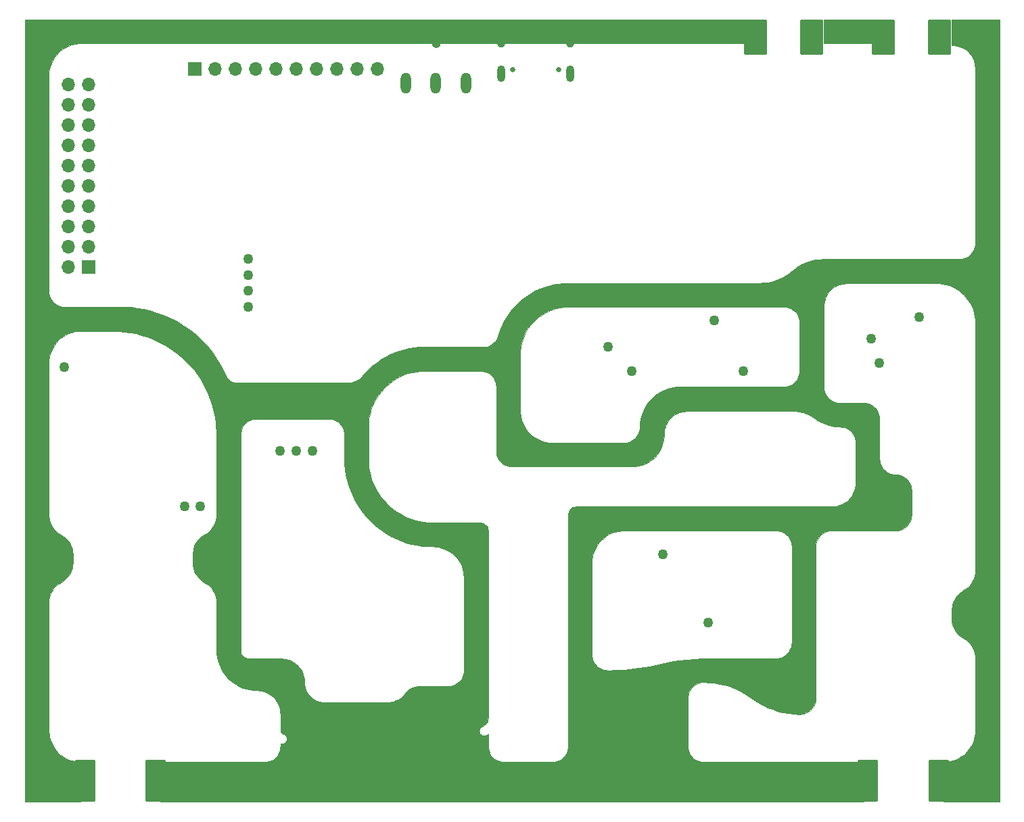
<source format=gbr>
%TF.GenerationSoftware,KiCad,Pcbnew,8.0.1*%
%TF.CreationDate,2024-03-24T21:42:04-04:00*%
%TF.ProjectId,VNA,564e412e-6b69-4636-9164-5f7063625858,rev?*%
%TF.SameCoordinates,PX535a28cPY8422900*%
%TF.FileFunction,Soldermask,Bot*%
%TF.FilePolarity,Negative*%
%FSLAX46Y46*%
G04 Gerber Fmt 4.6, Leading zero omitted, Abs format (unit mm)*
G04 Created by KiCad (PCBNEW 8.0.1) date 2024-03-24 21:42:04*
%MOMM*%
%LPD*%
G01*
G04 APERTURE LIST*
G04 Aperture macros list*
%AMRoundRect*
0 Rectangle with rounded corners*
0 $1 Rounding radius*
0 $2 $3 $4 $5 $6 $7 $8 $9 X,Y pos of 4 corners*
0 Add a 4 corners polygon primitive as box body*
4,1,4,$2,$3,$4,$5,$6,$7,$8,$9,$2,$3,0*
0 Add four circle primitives for the rounded corners*
1,1,$1+$1,$2,$3*
1,1,$1+$1,$4,$5*
1,1,$1+$1,$6,$7*
1,1,$1+$1,$8,$9*
0 Add four rect primitives between the rounded corners*
20,1,$1+$1,$2,$3,$4,$5,0*
20,1,$1+$1,$4,$5,$6,$7,0*
20,1,$1+$1,$6,$7,$8,$9,0*
20,1,$1+$1,$8,$9,$2,$3,0*%
G04 Aperture macros list end*
%ADD10C,0.100000*%
%ADD11R,1.700000X1.700000*%
%ADD12O,1.700000X1.700000*%
%ADD13C,0.650000*%
%ADD14O,1.000000X2.100000*%
%ADD15O,1.000000X1.800000*%
%ADD16RoundRect,0.101600X1.143000X-2.540000X1.143000X2.540000X-1.143000X2.540000X-1.143000X-2.540000X0*%
%ADD17C,1.200000*%
%ADD18O,1.308000X2.616000*%
%ADD19RoundRect,0.101600X-1.333500X2.095500X-1.333500X-2.095500X1.333500X-2.095500X1.333500X2.095500X0*%
%ADD20RoundRect,0.635000X0.000010X0.000010X-0.000010X0.000010X-0.000010X-0.000010X0.000010X-0.000010X0*%
%ADD21RoundRect,0.635000X-0.000010X-0.000010X0.000010X-0.000010X0.000010X0.000010X-0.000010X0.000010X0*%
G04 APERTURE END LIST*
D10*
X100018900Y92993600D02*
X106018900Y92993600D01*
X106018900Y95993600D01*
X100018900Y95993600D01*
X100018900Y92993600D01*
G36*
X100018900Y92993600D02*
G01*
X106018900Y92993600D01*
X106018900Y95993600D01*
X100018900Y95993600D01*
X100018900Y92993600D01*
G37*
X90018900Y92993600D02*
X81018900Y92993600D01*
X7018900Y92993600D01*
X6238539Y92916741D01*
X5857761Y92821361D01*
X5488166Y92689118D01*
X5133313Y92521285D01*
X4796619Y92319478D01*
X4481327Y92085642D01*
X4190473Y91822027D01*
X3926858Y91531173D01*
X3693022Y91215881D01*
X3491215Y90879187D01*
X3323382Y90524334D01*
X3191139Y90154739D01*
X3095759Y89773961D01*
X3038161Y89385669D01*
X3018900Y88993600D01*
X3018900Y61993600D01*
X3039257Y61708970D01*
X3099914Y61430135D01*
X3199636Y61162770D01*
X3336393Y60912318D01*
X3507401Y60683879D01*
X3709179Y60482101D01*
X3937618Y60311093D01*
X4188070Y60174336D01*
X4455435Y60074614D01*
X4734270Y60013957D01*
X5018900Y59993600D01*
X9018900Y59993600D01*
X11018900Y59993600D01*
X12556292Y60017720D01*
X13323765Y59968267D01*
X14087508Y59877955D01*
X14845347Y59747040D01*
X15595127Y59575895D01*
X16334712Y59365008D01*
X17061998Y59114978D01*
X17774915Y58826517D01*
X18471433Y58500446D01*
X19149570Y58137693D01*
X19807397Y57739292D01*
X20443040Y57306374D01*
X21054691Y56840173D01*
X21640608Y56342016D01*
X22199125Y55813321D01*
X22728651Y55255592D01*
X23227679Y54670416D01*
X23694789Y54059459D01*
X24128652Y53424461D01*
X24528032Y52767228D01*
X24891794Y52089631D01*
X25218900Y51393599D01*
X25218900Y51393600D01*
X25266350Y51292325D01*
X25318900Y51193600D01*
X25456272Y50993945D01*
X25626485Y50821431D01*
X25824278Y50681391D01*
X26043537Y50578151D01*
X26277488Y50514902D01*
X26518899Y50493600D01*
X26518900Y50493600D01*
X40318900Y50493600D01*
X40642700Y50505125D01*
X40962321Y50558238D01*
X41272446Y50652055D01*
X41567913Y50785015D01*
X41843804Y50954905D01*
X42095530Y51158899D01*
X42318900Y51393600D01*
X42735682Y51861805D01*
X43180884Y52303074D01*
X43652770Y52715684D01*
X44149496Y53098027D01*
X44669125Y53448611D01*
X45209629Y53766067D01*
X45768900Y54049156D01*
X46344754Y54296774D01*
X46934946Y54507955D01*
X47537171Y54681875D01*
X48149080Y54817855D01*
X48768285Y54915364D01*
X49392370Y54974022D01*
X50018900Y54993600D01*
X57018900Y54993600D01*
X57570205Y54986671D01*
X57841431Y55039476D01*
X58102943Y55128716D01*
X58349870Y55252728D01*
X58577614Y55409203D01*
X58781934Y55595228D01*
X58959026Y55807337D01*
X59105591Y56041582D01*
X59218900Y56293600D01*
X59518900Y57093600D01*
X59751478Y57651519D01*
X60018900Y58193600D01*
X60666497Y59232273D01*
X61041383Y59716468D01*
X61448097Y60174253D01*
X61884784Y60603540D01*
X62349453Y61002371D01*
X62839983Y61368927D01*
X63354138Y61701536D01*
X63889572Y61998680D01*
X64443841Y62259004D01*
X65014419Y62481321D01*
X65598702Y62664616D01*
X66194025Y62808053D01*
X66527802Y62864963D01*
X66797672Y62910977D01*
X67406890Y62972921D01*
X68018900Y62993600D01*
X75018900Y62993600D01*
X92018900Y62993600D01*
X92503391Y63012923D01*
X92984804Y63070771D01*
X93460081Y63166777D01*
X93926202Y63300330D01*
X94380206Y63470581D01*
X94819208Y63676450D01*
X95240421Y63916628D01*
X95641166Y64189589D01*
X96018900Y64493600D01*
X96797379Y65070572D01*
X97218592Y65310750D01*
X97657594Y65516618D01*
X98111598Y65686870D01*
X98577719Y65820423D01*
X99052996Y65916428D01*
X99534409Y65974276D01*
X100018900Y65993600D01*
X117018900Y65993600D01*
X117303530Y66013957D01*
X117582365Y66074614D01*
X117849730Y66174336D01*
X118100182Y66311093D01*
X118328621Y66482101D01*
X118530399Y66683879D01*
X118701407Y66912318D01*
X118838164Y67162770D01*
X118937886Y67430135D01*
X118998543Y67708970D01*
X119018900Y67993600D01*
X119018900Y89793600D01*
X118943684Y90461163D01*
X118850550Y90784437D01*
X118721807Y91095251D01*
X118559073Y91389696D01*
X118364394Y91664069D01*
X118140220Y91914920D01*
X117889369Y92139094D01*
X117614996Y92333773D01*
X117320551Y92496507D01*
X117009737Y92625250D01*
X116686463Y92718384D01*
X116354793Y92774737D01*
X116018900Y92793600D01*
X116018900Y95993600D01*
X122018900Y95993600D01*
X122018900Y65993600D01*
X122018900Y-2006400D01*
X115018900Y-2006400D01*
X115018900Y2993600D01*
X115799261Y3070459D01*
X116180039Y3165839D01*
X116549634Y3298082D01*
X116904487Y3465915D01*
X117241181Y3667722D01*
X117556473Y3901558D01*
X117847327Y4165173D01*
X118110942Y4456027D01*
X118344778Y4771319D01*
X118546585Y5108013D01*
X118714418Y5462866D01*
X118846661Y5832461D01*
X118942041Y6213239D01*
X118999639Y6601531D01*
X119018900Y6993600D01*
X119018900Y15993600D01*
X118998493Y16333047D01*
X118937566Y16667604D01*
X118836996Y16992452D01*
X118698231Y17302912D01*
X118523272Y17594511D01*
X118314638Y17863048D01*
X118075334Y18104656D01*
X117808808Y18315855D01*
X117518899Y18493600D01*
X117518900Y18493600D01*
X117228991Y18671346D01*
X116962466Y18882544D01*
X116723162Y19124152D01*
X116514528Y19392690D01*
X116339569Y19684288D01*
X116200805Y19994748D01*
X116100235Y20319596D01*
X116039307Y20654153D01*
X116018900Y20993600D01*
X116018900Y21993600D01*
X116100234Y22667604D01*
X116200804Y22992452D01*
X116339568Y23302912D01*
X116514528Y23594511D01*
X116723162Y23863048D01*
X116962465Y24104656D01*
X117228991Y24315854D01*
X117518900Y24493600D01*
X117808809Y24671345D01*
X118075335Y24882544D01*
X118314638Y25124152D01*
X118523272Y25392690D01*
X118698231Y25684289D01*
X118836995Y25994748D01*
X118937565Y26319596D01*
X118998493Y26654154D01*
X119018900Y26993601D01*
X119018900Y57993600D01*
X118999873Y58429379D01*
X118942939Y58861841D01*
X118848529Y59287695D01*
X118717363Y59703701D01*
X118550439Y60106691D01*
X118349027Y60493600D01*
X118114660Y60861482D01*
X117849122Y61207538D01*
X117554434Y61529134D01*
X117232838Y61823822D01*
X116886782Y62089360D01*
X116518900Y62323727D01*
X116131991Y62525139D01*
X115729001Y62692063D01*
X115312995Y62823229D01*
X114887141Y62917639D01*
X114454679Y62974573D01*
X114018900Y62993600D01*
X103018900Y62993600D01*
X102351337Y62918384D01*
X102028063Y62825250D01*
X101717249Y62696507D01*
X101422804Y62533773D01*
X101148431Y62339094D01*
X100897580Y62114920D01*
X100673406Y61864069D01*
X100478727Y61589696D01*
X100315993Y61295251D01*
X100187250Y60984437D01*
X100094116Y60661163D01*
X100037763Y60329493D01*
X100018900Y59993600D01*
X100018900Y49993600D01*
X100039257Y49708970D01*
X100099914Y49430135D01*
X100199636Y49162770D01*
X100336393Y48912318D01*
X100507401Y48683879D01*
X100709179Y48482101D01*
X100937618Y48311093D01*
X101188070Y48174336D01*
X101455435Y48074614D01*
X101734270Y48013957D01*
X102018900Y47993600D01*
X105018900Y47993600D01*
X105303530Y47973243D01*
X105582365Y47912586D01*
X105849730Y47812864D01*
X106100182Y47676107D01*
X106328621Y47505099D01*
X106530399Y47303321D01*
X106701407Y47074882D01*
X106838164Y46824430D01*
X106937886Y46557065D01*
X106998543Y46278230D01*
X107018900Y45993600D01*
X107018900Y40993600D01*
X107039257Y40708970D01*
X107099914Y40430135D01*
X107199636Y40162770D01*
X107336393Y39912318D01*
X107507401Y39683879D01*
X107709179Y39482101D01*
X107937618Y39311093D01*
X108188070Y39174336D01*
X108455435Y39074614D01*
X108734270Y39013957D01*
X109018900Y38993600D01*
X109303530Y38973243D01*
X109582365Y38912586D01*
X109849730Y38812864D01*
X110100182Y38676107D01*
X110328621Y38505099D01*
X110530399Y38303321D01*
X110701407Y38074882D01*
X110838164Y37824430D01*
X110937886Y37557065D01*
X110998543Y37278230D01*
X111018900Y36993600D01*
X111018900Y33993600D01*
X110998543Y33708970D01*
X110937886Y33430135D01*
X110838164Y33162770D01*
X110701407Y32912318D01*
X110530399Y32683879D01*
X110328621Y32482101D01*
X110100182Y32311093D01*
X109849730Y32174336D01*
X109582365Y32074614D01*
X109303530Y32013957D01*
X109018900Y31993600D01*
X101018900Y31993600D01*
X100734270Y31973243D01*
X100455435Y31912586D01*
X100188070Y31812864D01*
X99937618Y31676107D01*
X99709179Y31505099D01*
X99507401Y31303321D01*
X99336393Y31074882D01*
X99199636Y30824430D01*
X99099914Y30557065D01*
X99039257Y30278230D01*
X99018900Y29993600D01*
X99018900Y17993600D01*
X99018900Y15993600D01*
X99018900Y10993600D01*
X98998543Y10708970D01*
X98937886Y10430135D01*
X98838164Y10162770D01*
X98701407Y9912318D01*
X98530399Y9683879D01*
X98328621Y9482101D01*
X98100182Y9311093D01*
X97849730Y9174336D01*
X97582365Y9074614D01*
X97303530Y9013957D01*
X97018900Y8993600D01*
X96310010Y9018758D01*
X95604686Y9094105D01*
X94906479Y9219262D01*
X94218900Y9393600D01*
X93621338Y9588565D01*
X93037274Y9820862D01*
X91918900Y10393600D01*
X91018900Y10993600D01*
X90490946Y11360843D01*
X89940733Y11693812D01*
X89370481Y11991160D01*
X88782495Y12251688D01*
X88179148Y12474344D01*
X87562877Y12658228D01*
X86936171Y12802597D01*
X86301561Y12906869D01*
X85661609Y12970623D01*
X85018900Y12993600D01*
X85018899Y12993600D01*
X84733892Y12974246D01*
X84454583Y12914327D01*
X84186716Y12815076D01*
X83935798Y12678532D01*
X83706989Y12507505D01*
X83504994Y12305510D01*
X83333967Y12076702D01*
X83197423Y11825784D01*
X83098172Y11557916D01*
X83038253Y11278607D01*
X83018900Y10993600D01*
X83018900Y7493600D01*
X83018900Y4993600D01*
X83039257Y4708970D01*
X83099914Y4430135D01*
X83199636Y4162770D01*
X83336393Y3912318D01*
X83507401Y3683879D01*
X83709179Y3482101D01*
X83937618Y3311093D01*
X84188070Y3174336D01*
X84455435Y3074614D01*
X84734270Y3013957D01*
X85018900Y2993600D01*
X105018900Y2993600D01*
X105018900Y-2006400D01*
X17018900Y-2006400D01*
X17018900Y2993600D01*
X30018900Y2993600D01*
X30303530Y3013957D01*
X30582365Y3074614D01*
X30849730Y3174336D01*
X31100182Y3311093D01*
X31328621Y3482101D01*
X31530399Y3683879D01*
X31701407Y3912318D01*
X31838164Y4162770D01*
X31937886Y4430135D01*
X31998543Y4708970D01*
X32018900Y4993600D01*
X32027800Y5307200D01*
X32117800Y5287200D01*
X32207800Y5277200D01*
X32287800Y5277200D01*
X32397800Y5307200D01*
X32547800Y5377200D01*
X32677800Y5487200D01*
X32767800Y5617200D01*
X32817800Y5767200D01*
X32827800Y5907200D01*
X32817800Y6037200D01*
X32757800Y6187200D01*
X32707800Y6267200D01*
X32567800Y6397200D01*
X32437800Y6477200D01*
X32307800Y6507200D01*
X32017800Y6747200D01*
X32018900Y8993600D01*
X32000037Y9329493D01*
X31943684Y9661163D01*
X31850550Y9984437D01*
X31721807Y10295251D01*
X31559073Y10589696D01*
X31364394Y10864069D01*
X31140220Y11114920D01*
X30889369Y11339094D01*
X30614996Y11533773D01*
X30320551Y11696507D01*
X30009737Y11825250D01*
X29686463Y11918384D01*
X29018901Y11993600D01*
X29018900Y11993600D01*
X28583121Y12012627D01*
X28150659Y12069561D01*
X27724805Y12163971D01*
X27308799Y12295137D01*
X26905809Y12462061D01*
X26518900Y12663473D01*
X26151018Y12897840D01*
X25804962Y13163378D01*
X25483366Y13458066D01*
X25188678Y13779662D01*
X24923140Y14125718D01*
X24688773Y14493600D01*
X24487361Y14880509D01*
X24320437Y15283499D01*
X24189271Y15699505D01*
X24094861Y16125359D01*
X24037927Y16557821D01*
X24018900Y16993600D01*
X27018900Y16993600D01*
X27095020Y16610917D01*
X27187430Y16438030D01*
X27311793Y16286493D01*
X27463330Y16162130D01*
X27636217Y16069720D01*
X27823810Y16012815D01*
X28018900Y15993600D01*
X32018900Y15993600D01*
X32686463Y15918384D01*
X33009737Y15825250D01*
X33320551Y15696507D01*
X33614996Y15533773D01*
X33889369Y15339094D01*
X34140220Y15114920D01*
X34364394Y14864069D01*
X34559073Y14589696D01*
X34721807Y14295251D01*
X34850550Y13984437D01*
X34943684Y13661163D01*
X35000037Y13329493D01*
X35018900Y12993600D01*
X35040288Y12667285D01*
X35104085Y12346552D01*
X35209201Y12036891D01*
X35353836Y11743600D01*
X35535517Y11471696D01*
X35751133Y11225833D01*
X35996996Y11010217D01*
X36268900Y10828536D01*
X36562191Y10683901D01*
X36871852Y10578785D01*
X37192585Y10514988D01*
X37518900Y10493600D01*
X40118900Y10493600D01*
X41018900Y10493600D01*
X45518900Y10493600D01*
X46173532Y10580830D01*
X46486484Y10688436D01*
X46782481Y10836434D01*
X47056337Y11022233D01*
X47303252Y11242575D01*
X47518900Y11493600D01*
X47981464Y11964968D01*
X48255319Y12150766D01*
X48551316Y12298764D01*
X48864268Y12406370D01*
X49188692Y12471697D01*
X49518901Y12493600D01*
X53018900Y12493600D01*
X53303530Y12513957D01*
X53582365Y12574614D01*
X53849730Y12674336D01*
X54100182Y12811093D01*
X54328621Y12982101D01*
X54530399Y13183879D01*
X54701407Y13412318D01*
X54838164Y13662770D01*
X54937886Y13930135D01*
X54998543Y14208970D01*
X55018900Y14493600D01*
X55018900Y25993600D01*
X54942041Y26773961D01*
X54846661Y27154739D01*
X54714418Y27524334D01*
X54546585Y27879187D01*
X54344778Y28215881D01*
X54110942Y28531173D01*
X53847327Y28822027D01*
X53556473Y29085642D01*
X53241181Y29319478D01*
X52904487Y29521285D01*
X52549634Y29689118D01*
X52180039Y29821361D01*
X51799261Y29916741D01*
X51410969Y29974339D01*
X51018900Y29993600D01*
X50268235Y30039007D01*
X49692997Y30073802D01*
X49036095Y30173781D01*
X48386428Y30313240D01*
X47746366Y30491670D01*
X47118246Y30708421D01*
X46504359Y30962702D01*
X45906945Y31253584D01*
X45328184Y31580006D01*
X44770188Y31940777D01*
X44234992Y32334582D01*
X43724551Y32759982D01*
X43240725Y33215425D01*
X42785282Y33699251D01*
X42359882Y34209692D01*
X41966077Y34744888D01*
X41605306Y35302884D01*
X41278884Y35881645D01*
X40988002Y36479059D01*
X40733721Y37092946D01*
X40516970Y37721066D01*
X40338540Y38361128D01*
X40199081Y39010795D01*
X40099102Y39667697D01*
X40038969Y40329437D01*
X40018900Y40993600D01*
X43018900Y40993600D01*
X43039283Y40422887D01*
X43100328Y39855081D01*
X43201725Y39293078D01*
X43342956Y38739740D01*
X43523302Y38197887D01*
X43741844Y37670280D01*
X43997468Y37159608D01*
X44288872Y36668473D01*
X44614570Y36199379D01*
X44972903Y35754714D01*
X45362046Y35336746D01*
X45780014Y34947603D01*
X46224679Y34589270D01*
X46693773Y34263572D01*
X47184908Y33972168D01*
X47695580Y33716544D01*
X48223187Y33498002D01*
X48765040Y33317656D01*
X49318378Y33176425D01*
X49880381Y33075028D01*
X50448187Y33013983D01*
X51018900Y32993600D01*
X57018900Y32993600D01*
X57401583Y32917480D01*
X57574470Y32825070D01*
X57726007Y32700707D01*
X57850370Y32549170D01*
X57942780Y32376283D01*
X57999685Y32188690D01*
X58018900Y31993600D01*
X58018900Y9493600D01*
X58018900Y8993600D01*
X58018900Y8493600D01*
X58000491Y8298173D01*
X57944082Y8110161D01*
X57851867Y7936878D01*
X57727433Y7785066D01*
X57575622Y7660632D01*
X57498757Y7619727D01*
X57497800Y7617200D01*
X57287800Y7467200D01*
X57167800Y7397200D01*
X57117800Y7357200D01*
X57047800Y7287200D01*
X56967800Y7177200D01*
X56917800Y7037200D01*
X56897800Y6897200D01*
X56917800Y6737200D01*
X56977800Y6597200D01*
X57057800Y6477200D01*
X57167800Y6387200D01*
X57297800Y6317200D01*
X57467800Y6287200D01*
X57687800Y6297200D01*
X57857800Y6377200D01*
X58017800Y6497200D01*
X58018900Y4993600D01*
X58039257Y4708970D01*
X58099914Y4430135D01*
X58199636Y4162770D01*
X58336393Y3912318D01*
X58507401Y3683879D01*
X58709179Y3482101D01*
X58937618Y3311093D01*
X59188070Y3174336D01*
X59455435Y3074614D01*
X59734270Y3013957D01*
X60018900Y2993600D01*
X66018900Y2993600D01*
X66303530Y3013957D01*
X66582365Y3074614D01*
X66849730Y3174336D01*
X67100182Y3311093D01*
X67328621Y3482101D01*
X67530399Y3683879D01*
X67701407Y3912318D01*
X67838164Y4162770D01*
X67937886Y4430135D01*
X67998543Y4708970D01*
X68018900Y4993600D01*
X68018900Y7493600D01*
X68018900Y16493600D01*
X71018900Y16493600D01*
X71039257Y16208970D01*
X71099914Y15930135D01*
X71199636Y15662770D01*
X71336393Y15412318D01*
X71507401Y15183879D01*
X71709179Y14982101D01*
X71937618Y14811093D01*
X72188070Y14674336D01*
X72455435Y14574614D01*
X72734270Y14513957D01*
X73018900Y14493600D01*
X74084927Y14513657D01*
X75149444Y14573799D01*
X76210946Y14673940D01*
X78318900Y14993600D01*
X79718900Y15293600D01*
X80785203Y15524258D01*
X81860262Y15709876D01*
X82942175Y15850124D01*
X84822446Y15974060D01*
X85118900Y15993600D01*
X94018900Y15993600D01*
X94303530Y16013957D01*
X94582365Y16074614D01*
X94849730Y16174336D01*
X95100182Y16311093D01*
X95328621Y16482101D01*
X95530399Y16683879D01*
X95701407Y16912318D01*
X95838164Y17162770D01*
X95937886Y17430135D01*
X95998543Y17708970D01*
X96018900Y17993600D01*
X96018900Y29993600D01*
X95998543Y30278230D01*
X95937886Y30557065D01*
X95838164Y30824430D01*
X95701407Y31074882D01*
X95530399Y31303321D01*
X95328621Y31505099D01*
X95100182Y31676107D01*
X94849730Y31812864D01*
X94582365Y31912586D01*
X94303530Y31973243D01*
X94018900Y31993600D01*
X75018900Y31993600D01*
X74238539Y31916741D01*
X73857761Y31821361D01*
X73488166Y31689118D01*
X73133313Y31521285D01*
X72796619Y31319478D01*
X72481327Y31085642D01*
X72190473Y30822027D01*
X71926858Y30531173D01*
X71693022Y30215881D01*
X71491215Y29879187D01*
X71323382Y29524334D01*
X71191139Y29154739D01*
X71095759Y28773961D01*
X71038161Y28385669D01*
X71018900Y27993600D01*
X71018900Y16493600D01*
X68018900Y16493600D01*
X68018900Y33993600D01*
X68095020Y34376283D01*
X68187430Y34549170D01*
X68311793Y34700707D01*
X68463330Y34825070D01*
X68636217Y34917480D01*
X68823810Y34974385D01*
X69018900Y34993600D01*
X96018900Y34993600D01*
X99018900Y34993600D01*
X101018900Y34993600D01*
X101686463Y35068816D01*
X102009737Y35161950D01*
X102320551Y35290693D01*
X102614996Y35453427D01*
X102889369Y35648106D01*
X103140220Y35872280D01*
X103364394Y36123131D01*
X103559073Y36397504D01*
X103721807Y36691949D01*
X103850550Y37002763D01*
X103943684Y37326037D01*
X104000037Y37657707D01*
X104018900Y37993600D01*
X104018900Y42993600D01*
X103998543Y43278230D01*
X103937886Y43557065D01*
X103838164Y43824430D01*
X103701407Y44074882D01*
X103530399Y44303321D01*
X103328621Y44505099D01*
X103100182Y44676107D01*
X102849730Y44812864D01*
X102582365Y44912586D01*
X102303530Y44973243D01*
X102018900Y44993600D01*
X101559904Y45014713D01*
X101322629Y45047640D01*
X101104783Y45077871D01*
X100657383Y45182543D01*
X100221480Y45327844D01*
X99800757Y45512547D01*
X99398765Y45735092D01*
X99018901Y45993600D01*
X99018900Y45993600D01*
X98237044Y46474653D01*
X97816320Y46659356D01*
X97380417Y46804657D01*
X96933017Y46909329D01*
X96477896Y46972488D01*
X96018900Y46993600D01*
X83018900Y46993600D01*
X82351337Y46918384D01*
X82028063Y46825250D01*
X81717249Y46696507D01*
X81422804Y46533773D01*
X81148431Y46339094D01*
X80897580Y46114920D01*
X80673406Y45864069D01*
X80478727Y45589696D01*
X80315993Y45295251D01*
X80187250Y44984437D01*
X80094116Y44661163D01*
X80037763Y44329493D01*
X80018900Y43993600D01*
X79942041Y43213239D01*
X79846661Y42832461D01*
X79714418Y42462866D01*
X79546585Y42108013D01*
X79344778Y41771319D01*
X79110942Y41456027D01*
X78847327Y41165173D01*
X78556473Y40901558D01*
X78241181Y40667722D01*
X77904487Y40465915D01*
X77549634Y40298082D01*
X77180039Y40165839D01*
X76799261Y40070459D01*
X76410969Y40012861D01*
X76018900Y39993600D01*
X61018900Y39993600D01*
X60734270Y40013957D01*
X60455435Y40074614D01*
X60188070Y40174336D01*
X59937618Y40311093D01*
X59709179Y40482101D01*
X59507401Y40683879D01*
X59336393Y40912318D01*
X59199636Y41162770D01*
X59099914Y41430135D01*
X59039257Y41708970D01*
X59018900Y41993600D01*
X59018900Y46993600D01*
X62018900Y46993600D01*
X62095759Y46213239D01*
X62191139Y45832461D01*
X62323382Y45462866D01*
X62491215Y45108013D01*
X62693022Y44771319D01*
X62926858Y44456027D01*
X63190473Y44165173D01*
X63481327Y43901558D01*
X63796619Y43667722D01*
X64133313Y43465915D01*
X64488166Y43298082D01*
X64857761Y43165839D01*
X65238539Y43070459D01*
X65626831Y43012861D01*
X66018900Y42993600D01*
X75018900Y42993600D01*
X75303530Y43013957D01*
X75582365Y43074614D01*
X75849730Y43174336D01*
X76100182Y43311093D01*
X76328621Y43482101D01*
X76530399Y43683879D01*
X76701407Y43912318D01*
X76838164Y44162770D01*
X76937886Y44430135D01*
X76998543Y44708970D01*
X77018900Y44993600D01*
X77037927Y45429379D01*
X77094861Y45861841D01*
X77189271Y46287695D01*
X77320437Y46703701D01*
X77487361Y47106691D01*
X77688773Y47493600D01*
X77923140Y47861482D01*
X78188678Y48207538D01*
X78483366Y48529134D01*
X78804962Y48823822D01*
X79151018Y49089360D01*
X79518900Y49323727D01*
X79905809Y49525139D01*
X80308799Y49692063D01*
X80724805Y49823229D01*
X81150659Y49917639D01*
X81583121Y49974573D01*
X82018900Y49993600D01*
X95018900Y49993600D01*
X95303530Y50013957D01*
X95582365Y50074614D01*
X95849730Y50174336D01*
X96100182Y50311093D01*
X96328621Y50482101D01*
X96530399Y50683879D01*
X96701407Y50912318D01*
X96838164Y51162770D01*
X96937886Y51430135D01*
X96998543Y51708970D01*
X97018900Y51993600D01*
X97018900Y57993600D01*
X96998543Y58278230D01*
X96937886Y58557065D01*
X96838164Y58824430D01*
X96701407Y59074882D01*
X96530399Y59303321D01*
X96328621Y59505099D01*
X96100182Y59676107D01*
X95849730Y59812864D01*
X95582365Y59912586D01*
X95303530Y59973243D01*
X95018900Y59993600D01*
X75018900Y59993600D01*
X68018900Y59993600D01*
X67523424Y59973107D01*
X67031332Y59911768D01*
X66545987Y59810002D01*
X66070703Y59668503D01*
X65608727Y59488240D01*
X65163216Y59270443D01*
X64737211Y59016599D01*
X64333624Y58728443D01*
X63955211Y58407943D01*
X63604557Y58057289D01*
X63284057Y57678876D01*
X62995901Y57275289D01*
X62742057Y56849284D01*
X62524260Y56403773D01*
X62343997Y55941797D01*
X62202498Y55466513D01*
X62100732Y54981168D01*
X62039393Y54489076D01*
X62018900Y53993600D01*
X62018900Y51993600D01*
X62018900Y46993600D01*
X59018900Y46993600D01*
X59018900Y49993600D01*
X58998543Y50278230D01*
X58937886Y50557065D01*
X58838164Y50824430D01*
X58701407Y51074882D01*
X58530399Y51303321D01*
X58328621Y51505099D01*
X58100182Y51676107D01*
X57849730Y51812864D01*
X57582365Y51912586D01*
X57303530Y51973243D01*
X57018900Y51993600D01*
X50018900Y51993600D01*
X49495789Y51974027D01*
X48975604Y51915416D01*
X48461253Y51818095D01*
X47955614Y51682610D01*
X47461513Y51509716D01*
X46981714Y51300382D01*
X46518900Y51055778D01*
X46075660Y50777271D01*
X45654471Y50466420D01*
X45257691Y50124963D01*
X44887537Y49754809D01*
X44546080Y49358029D01*
X44235229Y48936840D01*
X43956722Y48493600D01*
X43712118Y48030786D01*
X43502784Y47550987D01*
X43329890Y47056886D01*
X43194405Y46551247D01*
X43097084Y46036896D01*
X43038473Y45516711D01*
X43018900Y44993600D01*
X43018900Y40993600D01*
X40018900Y40993600D01*
X40018900Y43993600D01*
X39998543Y44278230D01*
X39937886Y44557065D01*
X39838164Y44824430D01*
X39701407Y45074882D01*
X39530399Y45303321D01*
X39328621Y45505099D01*
X39100182Y45676107D01*
X38849730Y45812864D01*
X38582365Y45912586D01*
X38303530Y45973243D01*
X38018900Y45993600D01*
X29018900Y45993600D01*
X28734270Y45973243D01*
X28455435Y45912586D01*
X28188070Y45812864D01*
X27937618Y45676107D01*
X27709179Y45505099D01*
X27507401Y45303321D01*
X27336393Y45074882D01*
X27199636Y44824430D01*
X27099914Y44557065D01*
X27039257Y44278230D01*
X27018900Y43993600D01*
X27018900Y16993600D01*
X24018900Y16993600D01*
X24018900Y22993600D01*
X23998493Y23333047D01*
X23937566Y23667604D01*
X23836996Y23992452D01*
X23698231Y24302912D01*
X23523272Y24594511D01*
X23314638Y24863048D01*
X23075334Y25104656D01*
X22808808Y25315855D01*
X22518899Y25493600D01*
X22518900Y25493600D01*
X22228991Y25671346D01*
X21962466Y25882544D01*
X21723162Y26124152D01*
X21514528Y26392690D01*
X21339569Y26684288D01*
X21200805Y26994748D01*
X21100235Y27319596D01*
X21039307Y27654153D01*
X21018900Y27993600D01*
X21018900Y28993600D01*
X21100234Y29667604D01*
X21200804Y29992452D01*
X21339568Y30302912D01*
X21514528Y30594511D01*
X21723162Y30863048D01*
X21962465Y31104656D01*
X22228991Y31315854D01*
X22518900Y31493600D01*
X22808809Y31671345D01*
X23075335Y31882544D01*
X23314638Y32124152D01*
X23523272Y32392690D01*
X23698231Y32684289D01*
X23836995Y32994748D01*
X23937565Y33319596D01*
X23998493Y33654154D01*
X24018900Y33993601D01*
X24018900Y43993600D01*
X23937159Y45449138D01*
X23835223Y46171181D01*
X23692963Y46886372D01*
X23510825Y47592462D01*
X23289383Y48287228D01*
X23029334Y48968485D01*
X22731495Y49634089D01*
X22396804Y50281946D01*
X22026315Y50910017D01*
X21621191Y51516327D01*
X21182709Y52098967D01*
X20712248Y52656106D01*
X20211288Y53185988D01*
X19681406Y53686948D01*
X19124267Y54157409D01*
X18541627Y54595891D01*
X17935317Y55001015D01*
X17307246Y55371504D01*
X16659389Y55706195D01*
X15993785Y56004034D01*
X15312528Y56264083D01*
X14617762Y56485525D01*
X13911672Y56667663D01*
X13196481Y56809923D01*
X12474438Y56911859D01*
X11747816Y56973149D01*
X11018900Y56993600D01*
X9018900Y56993600D01*
X7018900Y56993600D01*
X6238539Y56916741D01*
X5857761Y56821361D01*
X5488166Y56689118D01*
X5133313Y56521285D01*
X4796619Y56319478D01*
X4481327Y56085642D01*
X4190473Y55822027D01*
X3926858Y55531173D01*
X3693022Y55215881D01*
X3491215Y54879187D01*
X3323382Y54524334D01*
X3191139Y54154739D01*
X3095759Y53773961D01*
X3038161Y53385669D01*
X3018900Y52993600D01*
X3018900Y33993600D01*
X3100234Y33319596D01*
X3200804Y32994748D01*
X3339569Y32684289D01*
X3514528Y32392690D01*
X3723162Y32124152D01*
X3962465Y31882544D01*
X4228991Y31671346D01*
X4518900Y31493600D01*
X4808809Y31315854D01*
X5075334Y31104656D01*
X5314638Y30863047D01*
X5523272Y30594510D01*
X5698231Y30302911D01*
X5836995Y29992451D01*
X5937565Y29667603D01*
X5998493Y29333046D01*
X6018900Y28993599D01*
X6018900Y27993600D01*
X5998493Y27654153D01*
X5937565Y27319596D01*
X5836995Y26994748D01*
X5698231Y26684288D01*
X5523272Y26392690D01*
X5314638Y26124152D01*
X5075334Y25882544D01*
X4808808Y25671346D01*
X4518900Y25493600D01*
X4228992Y25315854D01*
X3962466Y25104655D01*
X3723163Y24863047D01*
X3514529Y24594510D01*
X3339569Y24302911D01*
X3200805Y23992452D01*
X3100235Y23667604D01*
X3039307Y23333047D01*
X3018900Y22993600D01*
X3018900Y6993600D01*
X3095759Y6213239D01*
X3191139Y5832461D01*
X3323382Y5462866D01*
X3491215Y5108013D01*
X3693022Y4771319D01*
X3926858Y4456027D01*
X4190473Y4165173D01*
X4481327Y3901558D01*
X4796619Y3667722D01*
X5133313Y3465915D01*
X5488166Y3298082D01*
X5857761Y3165839D01*
X6238539Y3070459D01*
X6626831Y3012861D01*
X7018900Y2993600D01*
X7018900Y-2006400D01*
X18900Y-2006400D01*
X18900Y95993600D01*
X81018900Y95993600D01*
X90018900Y95993600D01*
X90018900Y92993600D01*
G36*
X90018900Y92993600D02*
G01*
X81018900Y92993600D01*
X7018900Y92993600D01*
X6238539Y92916741D01*
X5857761Y92821361D01*
X5488166Y92689118D01*
X5133313Y92521285D01*
X4796619Y92319478D01*
X4481327Y92085642D01*
X4190473Y91822027D01*
X3926858Y91531173D01*
X3693022Y91215881D01*
X3491215Y90879187D01*
X3323382Y90524334D01*
X3191139Y90154739D01*
X3095759Y89773961D01*
X3038161Y89385669D01*
X3018900Y88993600D01*
X3018900Y61993600D01*
X3039257Y61708970D01*
X3099914Y61430135D01*
X3199636Y61162770D01*
X3336393Y60912318D01*
X3507401Y60683879D01*
X3709179Y60482101D01*
X3937618Y60311093D01*
X4188070Y60174336D01*
X4455435Y60074614D01*
X4734270Y60013957D01*
X5018900Y59993600D01*
X9018900Y59993600D01*
X11018900Y59993600D01*
X12556292Y60017720D01*
X13323765Y59968267D01*
X14087508Y59877955D01*
X14845347Y59747040D01*
X15595127Y59575895D01*
X16334712Y59365008D01*
X17061998Y59114978D01*
X17774915Y58826517D01*
X18471433Y58500446D01*
X19149570Y58137693D01*
X19807397Y57739292D01*
X20443040Y57306374D01*
X21054691Y56840173D01*
X21640608Y56342016D01*
X22199125Y55813321D01*
X22728651Y55255592D01*
X23227679Y54670416D01*
X23694789Y54059459D01*
X24128652Y53424461D01*
X24528032Y52767228D01*
X24891794Y52089631D01*
X25218900Y51393599D01*
X25218900Y51393600D01*
X25266350Y51292325D01*
X25318900Y51193600D01*
X25456272Y50993945D01*
X25626485Y50821431D01*
X25824278Y50681391D01*
X26043537Y50578151D01*
X26277488Y50514902D01*
X26518899Y50493600D01*
X26518900Y50493600D01*
X40318900Y50493600D01*
X40642700Y50505125D01*
X40962321Y50558238D01*
X41272446Y50652055D01*
X41567913Y50785015D01*
X41843804Y50954905D01*
X42095530Y51158899D01*
X42318900Y51393600D01*
X42735682Y51861805D01*
X43180884Y52303074D01*
X43652770Y52715684D01*
X44149496Y53098027D01*
X44669125Y53448611D01*
X45209629Y53766067D01*
X45768900Y54049156D01*
X46344754Y54296774D01*
X46934946Y54507955D01*
X47537171Y54681875D01*
X48149080Y54817855D01*
X48768285Y54915364D01*
X49392370Y54974022D01*
X50018900Y54993600D01*
X57018900Y54993600D01*
X57570205Y54986671D01*
X57841431Y55039476D01*
X58102943Y55128716D01*
X58349870Y55252728D01*
X58577614Y55409203D01*
X58781934Y55595228D01*
X58959026Y55807337D01*
X59105591Y56041582D01*
X59218900Y56293600D01*
X59518900Y57093600D01*
X59751478Y57651519D01*
X60018900Y58193600D01*
X60666497Y59232273D01*
X61041383Y59716468D01*
X61448097Y60174253D01*
X61884784Y60603540D01*
X62349453Y61002371D01*
X62839983Y61368927D01*
X63354138Y61701536D01*
X63889572Y61998680D01*
X64443841Y62259004D01*
X65014419Y62481321D01*
X65598702Y62664616D01*
X66194025Y62808053D01*
X66527802Y62864963D01*
X66797672Y62910977D01*
X67406890Y62972921D01*
X68018900Y62993600D01*
X75018900Y62993600D01*
X92018900Y62993600D01*
X92503391Y63012923D01*
X92984804Y63070771D01*
X93460081Y63166777D01*
X93926202Y63300330D01*
X94380206Y63470581D01*
X94819208Y63676450D01*
X95240421Y63916628D01*
X95641166Y64189589D01*
X96018900Y64493600D01*
X96797379Y65070572D01*
X97218592Y65310750D01*
X97657594Y65516618D01*
X98111598Y65686870D01*
X98577719Y65820423D01*
X99052996Y65916428D01*
X99534409Y65974276D01*
X100018900Y65993600D01*
X117018900Y65993600D01*
X117303530Y66013957D01*
X117582365Y66074614D01*
X117849730Y66174336D01*
X118100182Y66311093D01*
X118328621Y66482101D01*
X118530399Y66683879D01*
X118701407Y66912318D01*
X118838164Y67162770D01*
X118937886Y67430135D01*
X118998543Y67708970D01*
X119018900Y67993600D01*
X119018900Y89793600D01*
X118943684Y90461163D01*
X118850550Y90784437D01*
X118721807Y91095251D01*
X118559073Y91389696D01*
X118364394Y91664069D01*
X118140220Y91914920D01*
X117889369Y92139094D01*
X117614996Y92333773D01*
X117320551Y92496507D01*
X117009737Y92625250D01*
X116686463Y92718384D01*
X116354793Y92774737D01*
X116018900Y92793600D01*
X116018900Y95993600D01*
X122018900Y95993600D01*
X122018900Y65993600D01*
X122018900Y-2006400D01*
X115018900Y-2006400D01*
X115018900Y2993600D01*
X115799261Y3070459D01*
X116180039Y3165839D01*
X116549634Y3298082D01*
X116904487Y3465915D01*
X117241181Y3667722D01*
X117556473Y3901558D01*
X117847327Y4165173D01*
X118110942Y4456027D01*
X118344778Y4771319D01*
X118546585Y5108013D01*
X118714418Y5462866D01*
X118846661Y5832461D01*
X118942041Y6213239D01*
X118999639Y6601531D01*
X119018900Y6993600D01*
X119018900Y15993600D01*
X118998493Y16333047D01*
X118937566Y16667604D01*
X118836996Y16992452D01*
X118698231Y17302912D01*
X118523272Y17594511D01*
X118314638Y17863048D01*
X118075334Y18104656D01*
X117808808Y18315855D01*
X117518899Y18493600D01*
X117518900Y18493600D01*
X117228991Y18671346D01*
X116962466Y18882544D01*
X116723162Y19124152D01*
X116514528Y19392690D01*
X116339569Y19684288D01*
X116200805Y19994748D01*
X116100235Y20319596D01*
X116039307Y20654153D01*
X116018900Y20993600D01*
X116018900Y21993600D01*
X116100234Y22667604D01*
X116200804Y22992452D01*
X116339568Y23302912D01*
X116514528Y23594511D01*
X116723162Y23863048D01*
X116962465Y24104656D01*
X117228991Y24315854D01*
X117518900Y24493600D01*
X117808809Y24671345D01*
X118075335Y24882544D01*
X118314638Y25124152D01*
X118523272Y25392690D01*
X118698231Y25684289D01*
X118836995Y25994748D01*
X118937565Y26319596D01*
X118998493Y26654154D01*
X119018900Y26993601D01*
X119018900Y57993600D01*
X118999873Y58429379D01*
X118942939Y58861841D01*
X118848529Y59287695D01*
X118717363Y59703701D01*
X118550439Y60106691D01*
X118349027Y60493600D01*
X118114660Y60861482D01*
X117849122Y61207538D01*
X117554434Y61529134D01*
X117232838Y61823822D01*
X116886782Y62089360D01*
X116518900Y62323727D01*
X116131991Y62525139D01*
X115729001Y62692063D01*
X115312995Y62823229D01*
X114887141Y62917639D01*
X114454679Y62974573D01*
X114018900Y62993600D01*
X103018900Y62993600D01*
X102351337Y62918384D01*
X102028063Y62825250D01*
X101717249Y62696507D01*
X101422804Y62533773D01*
X101148431Y62339094D01*
X100897580Y62114920D01*
X100673406Y61864069D01*
X100478727Y61589696D01*
X100315993Y61295251D01*
X100187250Y60984437D01*
X100094116Y60661163D01*
X100037763Y60329493D01*
X100018900Y59993600D01*
X100018900Y49993600D01*
X100039257Y49708970D01*
X100099914Y49430135D01*
X100199636Y49162770D01*
X100336393Y48912318D01*
X100507401Y48683879D01*
X100709179Y48482101D01*
X100937618Y48311093D01*
X101188070Y48174336D01*
X101455435Y48074614D01*
X101734270Y48013957D01*
X102018900Y47993600D01*
X105018900Y47993600D01*
X105303530Y47973243D01*
X105582365Y47912586D01*
X105849730Y47812864D01*
X106100182Y47676107D01*
X106328621Y47505099D01*
X106530399Y47303321D01*
X106701407Y47074882D01*
X106838164Y46824430D01*
X106937886Y46557065D01*
X106998543Y46278230D01*
X107018900Y45993600D01*
X107018900Y40993600D01*
X107039257Y40708970D01*
X107099914Y40430135D01*
X107199636Y40162770D01*
X107336393Y39912318D01*
X107507401Y39683879D01*
X107709179Y39482101D01*
X107937618Y39311093D01*
X108188070Y39174336D01*
X108455435Y39074614D01*
X108734270Y39013957D01*
X109018900Y38993600D01*
X109303530Y38973243D01*
X109582365Y38912586D01*
X109849730Y38812864D01*
X110100182Y38676107D01*
X110328621Y38505099D01*
X110530399Y38303321D01*
X110701407Y38074882D01*
X110838164Y37824430D01*
X110937886Y37557065D01*
X110998543Y37278230D01*
X111018900Y36993600D01*
X111018900Y33993600D01*
X110998543Y33708970D01*
X110937886Y33430135D01*
X110838164Y33162770D01*
X110701407Y32912318D01*
X110530399Y32683879D01*
X110328621Y32482101D01*
X110100182Y32311093D01*
X109849730Y32174336D01*
X109582365Y32074614D01*
X109303530Y32013957D01*
X109018900Y31993600D01*
X101018900Y31993600D01*
X100734270Y31973243D01*
X100455435Y31912586D01*
X100188070Y31812864D01*
X99937618Y31676107D01*
X99709179Y31505099D01*
X99507401Y31303321D01*
X99336393Y31074882D01*
X99199636Y30824430D01*
X99099914Y30557065D01*
X99039257Y30278230D01*
X99018900Y29993600D01*
X99018900Y17993600D01*
X99018900Y15993600D01*
X99018900Y10993600D01*
X98998543Y10708970D01*
X98937886Y10430135D01*
X98838164Y10162770D01*
X98701407Y9912318D01*
X98530399Y9683879D01*
X98328621Y9482101D01*
X98100182Y9311093D01*
X97849730Y9174336D01*
X97582365Y9074614D01*
X97303530Y9013957D01*
X97018900Y8993600D01*
X96310010Y9018758D01*
X95604686Y9094105D01*
X94906479Y9219262D01*
X94218900Y9393600D01*
X93621338Y9588565D01*
X93037274Y9820862D01*
X91918900Y10393600D01*
X91018900Y10993600D01*
X90490946Y11360843D01*
X89940733Y11693812D01*
X89370481Y11991160D01*
X88782495Y12251688D01*
X88179148Y12474344D01*
X87562877Y12658228D01*
X86936171Y12802597D01*
X86301561Y12906869D01*
X85661609Y12970623D01*
X85018900Y12993600D01*
X85018899Y12993600D01*
X84733892Y12974246D01*
X84454583Y12914327D01*
X84186716Y12815076D01*
X83935798Y12678532D01*
X83706989Y12507505D01*
X83504994Y12305510D01*
X83333967Y12076702D01*
X83197423Y11825784D01*
X83098172Y11557916D01*
X83038253Y11278607D01*
X83018900Y10993600D01*
X83018900Y7493600D01*
X83018900Y4993600D01*
X83039257Y4708970D01*
X83099914Y4430135D01*
X83199636Y4162770D01*
X83336393Y3912318D01*
X83507401Y3683879D01*
X83709179Y3482101D01*
X83937618Y3311093D01*
X84188070Y3174336D01*
X84455435Y3074614D01*
X84734270Y3013957D01*
X85018900Y2993600D01*
X105018900Y2993600D01*
X105018900Y-2006400D01*
X17018900Y-2006400D01*
X17018900Y2993600D01*
X30018900Y2993600D01*
X30303530Y3013957D01*
X30582365Y3074614D01*
X30849730Y3174336D01*
X31100182Y3311093D01*
X31328621Y3482101D01*
X31530399Y3683879D01*
X31701407Y3912318D01*
X31838164Y4162770D01*
X31937886Y4430135D01*
X31998543Y4708970D01*
X32018900Y4993600D01*
X32027800Y5307200D01*
X32117800Y5287200D01*
X32207800Y5277200D01*
X32287800Y5277200D01*
X32397800Y5307200D01*
X32547800Y5377200D01*
X32677800Y5487200D01*
X32767800Y5617200D01*
X32817800Y5767200D01*
X32827800Y5907200D01*
X32817800Y6037200D01*
X32757800Y6187200D01*
X32707800Y6267200D01*
X32567800Y6397200D01*
X32437800Y6477200D01*
X32307800Y6507200D01*
X32017800Y6747200D01*
X32018900Y8993600D01*
X32000037Y9329493D01*
X31943684Y9661163D01*
X31850550Y9984437D01*
X31721807Y10295251D01*
X31559073Y10589696D01*
X31364394Y10864069D01*
X31140220Y11114920D01*
X30889369Y11339094D01*
X30614996Y11533773D01*
X30320551Y11696507D01*
X30009737Y11825250D01*
X29686463Y11918384D01*
X29018901Y11993600D01*
X29018900Y11993600D01*
X28583121Y12012627D01*
X28150659Y12069561D01*
X27724805Y12163971D01*
X27308799Y12295137D01*
X26905809Y12462061D01*
X26518900Y12663473D01*
X26151018Y12897840D01*
X25804962Y13163378D01*
X25483366Y13458066D01*
X25188678Y13779662D01*
X24923140Y14125718D01*
X24688773Y14493600D01*
X24487361Y14880509D01*
X24320437Y15283499D01*
X24189271Y15699505D01*
X24094861Y16125359D01*
X24037927Y16557821D01*
X24018900Y16993600D01*
X27018900Y16993600D01*
X27095020Y16610917D01*
X27187430Y16438030D01*
X27311793Y16286493D01*
X27463330Y16162130D01*
X27636217Y16069720D01*
X27823810Y16012815D01*
X28018900Y15993600D01*
X32018900Y15993600D01*
X32686463Y15918384D01*
X33009737Y15825250D01*
X33320551Y15696507D01*
X33614996Y15533773D01*
X33889369Y15339094D01*
X34140220Y15114920D01*
X34364394Y14864069D01*
X34559073Y14589696D01*
X34721807Y14295251D01*
X34850550Y13984437D01*
X34943684Y13661163D01*
X35000037Y13329493D01*
X35018900Y12993600D01*
X35040288Y12667285D01*
X35104085Y12346552D01*
X35209201Y12036891D01*
X35353836Y11743600D01*
X35535517Y11471696D01*
X35751133Y11225833D01*
X35996996Y11010217D01*
X36268900Y10828536D01*
X36562191Y10683901D01*
X36871852Y10578785D01*
X37192585Y10514988D01*
X37518900Y10493600D01*
X40118900Y10493600D01*
X41018900Y10493600D01*
X45518900Y10493600D01*
X46173532Y10580830D01*
X46486484Y10688436D01*
X46782481Y10836434D01*
X47056337Y11022233D01*
X47303252Y11242575D01*
X47518900Y11493600D01*
X47981464Y11964968D01*
X48255319Y12150766D01*
X48551316Y12298764D01*
X48864268Y12406370D01*
X49188692Y12471697D01*
X49518901Y12493600D01*
X53018900Y12493600D01*
X53303530Y12513957D01*
X53582365Y12574614D01*
X53849730Y12674336D01*
X54100182Y12811093D01*
X54328621Y12982101D01*
X54530399Y13183879D01*
X54701407Y13412318D01*
X54838164Y13662770D01*
X54937886Y13930135D01*
X54998543Y14208970D01*
X55018900Y14493600D01*
X55018900Y25993600D01*
X54942041Y26773961D01*
X54846661Y27154739D01*
X54714418Y27524334D01*
X54546585Y27879187D01*
X54344778Y28215881D01*
X54110942Y28531173D01*
X53847327Y28822027D01*
X53556473Y29085642D01*
X53241181Y29319478D01*
X52904487Y29521285D01*
X52549634Y29689118D01*
X52180039Y29821361D01*
X51799261Y29916741D01*
X51410969Y29974339D01*
X51018900Y29993600D01*
X50268235Y30039007D01*
X49692997Y30073802D01*
X49036095Y30173781D01*
X48386428Y30313240D01*
X47746366Y30491670D01*
X47118246Y30708421D01*
X46504359Y30962702D01*
X45906945Y31253584D01*
X45328184Y31580006D01*
X44770188Y31940777D01*
X44234992Y32334582D01*
X43724551Y32759982D01*
X43240725Y33215425D01*
X42785282Y33699251D01*
X42359882Y34209692D01*
X41966077Y34744888D01*
X41605306Y35302884D01*
X41278884Y35881645D01*
X40988002Y36479059D01*
X40733721Y37092946D01*
X40516970Y37721066D01*
X40338540Y38361128D01*
X40199081Y39010795D01*
X40099102Y39667697D01*
X40038969Y40329437D01*
X40018900Y40993600D01*
X43018900Y40993600D01*
X43039283Y40422887D01*
X43100328Y39855081D01*
X43201725Y39293078D01*
X43342956Y38739740D01*
X43523302Y38197887D01*
X43741844Y37670280D01*
X43997468Y37159608D01*
X44288872Y36668473D01*
X44614570Y36199379D01*
X44972903Y35754714D01*
X45362046Y35336746D01*
X45780014Y34947603D01*
X46224679Y34589270D01*
X46693773Y34263572D01*
X47184908Y33972168D01*
X47695580Y33716544D01*
X48223187Y33498002D01*
X48765040Y33317656D01*
X49318378Y33176425D01*
X49880381Y33075028D01*
X50448187Y33013983D01*
X51018900Y32993600D01*
X57018900Y32993600D01*
X57401583Y32917480D01*
X57574470Y32825070D01*
X57726007Y32700707D01*
X57850370Y32549170D01*
X57942780Y32376283D01*
X57999685Y32188690D01*
X58018900Y31993600D01*
X58018900Y9493600D01*
X58018900Y8993600D01*
X58018900Y8493600D01*
X58000491Y8298173D01*
X57944082Y8110161D01*
X57851867Y7936878D01*
X57727433Y7785066D01*
X57575622Y7660632D01*
X57498757Y7619727D01*
X57497800Y7617200D01*
X57287800Y7467200D01*
X57167800Y7397200D01*
X57117800Y7357200D01*
X57047800Y7287200D01*
X56967800Y7177200D01*
X56917800Y7037200D01*
X56897800Y6897200D01*
X56917800Y6737200D01*
X56977800Y6597200D01*
X57057800Y6477200D01*
X57167800Y6387200D01*
X57297800Y6317200D01*
X57467800Y6287200D01*
X57687800Y6297200D01*
X57857800Y6377200D01*
X58017800Y6497200D01*
X58018900Y4993600D01*
X58039257Y4708970D01*
X58099914Y4430135D01*
X58199636Y4162770D01*
X58336393Y3912318D01*
X58507401Y3683879D01*
X58709179Y3482101D01*
X58937618Y3311093D01*
X59188070Y3174336D01*
X59455435Y3074614D01*
X59734270Y3013957D01*
X60018900Y2993600D01*
X66018900Y2993600D01*
X66303530Y3013957D01*
X66582365Y3074614D01*
X66849730Y3174336D01*
X67100182Y3311093D01*
X67328621Y3482101D01*
X67530399Y3683879D01*
X67701407Y3912318D01*
X67838164Y4162770D01*
X67937886Y4430135D01*
X67998543Y4708970D01*
X68018900Y4993600D01*
X68018900Y7493600D01*
X68018900Y16493600D01*
X71018900Y16493600D01*
X71039257Y16208970D01*
X71099914Y15930135D01*
X71199636Y15662770D01*
X71336393Y15412318D01*
X71507401Y15183879D01*
X71709179Y14982101D01*
X71937618Y14811093D01*
X72188070Y14674336D01*
X72455435Y14574614D01*
X72734270Y14513957D01*
X73018900Y14493600D01*
X74084927Y14513657D01*
X75149444Y14573799D01*
X76210946Y14673940D01*
X78318900Y14993600D01*
X79718900Y15293600D01*
X80785203Y15524258D01*
X81860262Y15709876D01*
X82942175Y15850124D01*
X84822446Y15974060D01*
X85118900Y15993600D01*
X94018900Y15993600D01*
X94303530Y16013957D01*
X94582365Y16074614D01*
X94849730Y16174336D01*
X95100182Y16311093D01*
X95328621Y16482101D01*
X95530399Y16683879D01*
X95701407Y16912318D01*
X95838164Y17162770D01*
X95937886Y17430135D01*
X95998543Y17708970D01*
X96018900Y17993600D01*
X96018900Y29993600D01*
X95998543Y30278230D01*
X95937886Y30557065D01*
X95838164Y30824430D01*
X95701407Y31074882D01*
X95530399Y31303321D01*
X95328621Y31505099D01*
X95100182Y31676107D01*
X94849730Y31812864D01*
X94582365Y31912586D01*
X94303530Y31973243D01*
X94018900Y31993600D01*
X75018900Y31993600D01*
X74238539Y31916741D01*
X73857761Y31821361D01*
X73488166Y31689118D01*
X73133313Y31521285D01*
X72796619Y31319478D01*
X72481327Y31085642D01*
X72190473Y30822027D01*
X71926858Y30531173D01*
X71693022Y30215881D01*
X71491215Y29879187D01*
X71323382Y29524334D01*
X71191139Y29154739D01*
X71095759Y28773961D01*
X71038161Y28385669D01*
X71018900Y27993600D01*
X71018900Y16493600D01*
X68018900Y16493600D01*
X68018900Y33993600D01*
X68095020Y34376283D01*
X68187430Y34549170D01*
X68311793Y34700707D01*
X68463330Y34825070D01*
X68636217Y34917480D01*
X68823810Y34974385D01*
X69018900Y34993600D01*
X96018900Y34993600D01*
X99018900Y34993600D01*
X101018900Y34993600D01*
X101686463Y35068816D01*
X102009737Y35161950D01*
X102320551Y35290693D01*
X102614996Y35453427D01*
X102889369Y35648106D01*
X103140220Y35872280D01*
X103364394Y36123131D01*
X103559073Y36397504D01*
X103721807Y36691949D01*
X103850550Y37002763D01*
X103943684Y37326037D01*
X104000037Y37657707D01*
X104018900Y37993600D01*
X104018900Y42993600D01*
X103998543Y43278230D01*
X103937886Y43557065D01*
X103838164Y43824430D01*
X103701407Y44074882D01*
X103530399Y44303321D01*
X103328621Y44505099D01*
X103100182Y44676107D01*
X102849730Y44812864D01*
X102582365Y44912586D01*
X102303530Y44973243D01*
X102018900Y44993600D01*
X101559904Y45014713D01*
X101322629Y45047640D01*
X101104783Y45077871D01*
X100657383Y45182543D01*
X100221480Y45327844D01*
X99800757Y45512547D01*
X99398765Y45735092D01*
X99018901Y45993600D01*
X99018900Y45993600D01*
X98237044Y46474653D01*
X97816320Y46659356D01*
X97380417Y46804657D01*
X96933017Y46909329D01*
X96477896Y46972488D01*
X96018900Y46993600D01*
X83018900Y46993600D01*
X82351337Y46918384D01*
X82028063Y46825250D01*
X81717249Y46696507D01*
X81422804Y46533773D01*
X81148431Y46339094D01*
X80897580Y46114920D01*
X80673406Y45864069D01*
X80478727Y45589696D01*
X80315993Y45295251D01*
X80187250Y44984437D01*
X80094116Y44661163D01*
X80037763Y44329493D01*
X80018900Y43993600D01*
X79942041Y43213239D01*
X79846661Y42832461D01*
X79714418Y42462866D01*
X79546585Y42108013D01*
X79344778Y41771319D01*
X79110942Y41456027D01*
X78847327Y41165173D01*
X78556473Y40901558D01*
X78241181Y40667722D01*
X77904487Y40465915D01*
X77549634Y40298082D01*
X77180039Y40165839D01*
X76799261Y40070459D01*
X76410969Y40012861D01*
X76018900Y39993600D01*
X61018900Y39993600D01*
X60734270Y40013957D01*
X60455435Y40074614D01*
X60188070Y40174336D01*
X59937618Y40311093D01*
X59709179Y40482101D01*
X59507401Y40683879D01*
X59336393Y40912318D01*
X59199636Y41162770D01*
X59099914Y41430135D01*
X59039257Y41708970D01*
X59018900Y41993600D01*
X59018900Y46993600D01*
X62018900Y46993600D01*
X62095759Y46213239D01*
X62191139Y45832461D01*
X62323382Y45462866D01*
X62491215Y45108013D01*
X62693022Y44771319D01*
X62926858Y44456027D01*
X63190473Y44165173D01*
X63481327Y43901558D01*
X63796619Y43667722D01*
X64133313Y43465915D01*
X64488166Y43298082D01*
X64857761Y43165839D01*
X65238539Y43070459D01*
X65626831Y43012861D01*
X66018900Y42993600D01*
X75018900Y42993600D01*
X75303530Y43013957D01*
X75582365Y43074614D01*
X75849730Y43174336D01*
X76100182Y43311093D01*
X76328621Y43482101D01*
X76530399Y43683879D01*
X76701407Y43912318D01*
X76838164Y44162770D01*
X76937886Y44430135D01*
X76998543Y44708970D01*
X77018900Y44993600D01*
X77037927Y45429379D01*
X77094861Y45861841D01*
X77189271Y46287695D01*
X77320437Y46703701D01*
X77487361Y47106691D01*
X77688773Y47493600D01*
X77923140Y47861482D01*
X78188678Y48207538D01*
X78483366Y48529134D01*
X78804962Y48823822D01*
X79151018Y49089360D01*
X79518900Y49323727D01*
X79905809Y49525139D01*
X80308799Y49692063D01*
X80724805Y49823229D01*
X81150659Y49917639D01*
X81583121Y49974573D01*
X82018900Y49993600D01*
X95018900Y49993600D01*
X95303530Y50013957D01*
X95582365Y50074614D01*
X95849730Y50174336D01*
X96100182Y50311093D01*
X96328621Y50482101D01*
X96530399Y50683879D01*
X96701407Y50912318D01*
X96838164Y51162770D01*
X96937886Y51430135D01*
X96998543Y51708970D01*
X97018900Y51993600D01*
X97018900Y57993600D01*
X96998543Y58278230D01*
X96937886Y58557065D01*
X96838164Y58824430D01*
X96701407Y59074882D01*
X96530399Y59303321D01*
X96328621Y59505099D01*
X96100182Y59676107D01*
X95849730Y59812864D01*
X95582365Y59912586D01*
X95303530Y59973243D01*
X95018900Y59993600D01*
X75018900Y59993600D01*
X68018900Y59993600D01*
X67523424Y59973107D01*
X67031332Y59911768D01*
X66545987Y59810002D01*
X66070703Y59668503D01*
X65608727Y59488240D01*
X65163216Y59270443D01*
X64737211Y59016599D01*
X64333624Y58728443D01*
X63955211Y58407943D01*
X63604557Y58057289D01*
X63284057Y57678876D01*
X62995901Y57275289D01*
X62742057Y56849284D01*
X62524260Y56403773D01*
X62343997Y55941797D01*
X62202498Y55466513D01*
X62100732Y54981168D01*
X62039393Y54489076D01*
X62018900Y53993600D01*
X62018900Y51993600D01*
X62018900Y46993600D01*
X59018900Y46993600D01*
X59018900Y49993600D01*
X58998543Y50278230D01*
X58937886Y50557065D01*
X58838164Y50824430D01*
X58701407Y51074882D01*
X58530399Y51303321D01*
X58328621Y51505099D01*
X58100182Y51676107D01*
X57849730Y51812864D01*
X57582365Y51912586D01*
X57303530Y51973243D01*
X57018900Y51993600D01*
X50018900Y51993600D01*
X49495789Y51974027D01*
X48975604Y51915416D01*
X48461253Y51818095D01*
X47955614Y51682610D01*
X47461513Y51509716D01*
X46981714Y51300382D01*
X46518900Y51055778D01*
X46075660Y50777271D01*
X45654471Y50466420D01*
X45257691Y50124963D01*
X44887537Y49754809D01*
X44546080Y49358029D01*
X44235229Y48936840D01*
X43956722Y48493600D01*
X43712118Y48030786D01*
X43502784Y47550987D01*
X43329890Y47056886D01*
X43194405Y46551247D01*
X43097084Y46036896D01*
X43038473Y45516711D01*
X43018900Y44993600D01*
X43018900Y40993600D01*
X40018900Y40993600D01*
X40018900Y43993600D01*
X39998543Y44278230D01*
X39937886Y44557065D01*
X39838164Y44824430D01*
X39701407Y45074882D01*
X39530399Y45303321D01*
X39328621Y45505099D01*
X39100182Y45676107D01*
X38849730Y45812864D01*
X38582365Y45912586D01*
X38303530Y45973243D01*
X38018900Y45993600D01*
X29018900Y45993600D01*
X28734270Y45973243D01*
X28455435Y45912586D01*
X28188070Y45812864D01*
X27937618Y45676107D01*
X27709179Y45505099D01*
X27507401Y45303321D01*
X27336393Y45074882D01*
X27199636Y44824430D01*
X27099914Y44557065D01*
X27039257Y44278230D01*
X27018900Y43993600D01*
X27018900Y16993600D01*
X24018900Y16993600D01*
X24018900Y22993600D01*
X23998493Y23333047D01*
X23937566Y23667604D01*
X23836996Y23992452D01*
X23698231Y24302912D01*
X23523272Y24594511D01*
X23314638Y24863048D01*
X23075334Y25104656D01*
X22808808Y25315855D01*
X22518899Y25493600D01*
X22518900Y25493600D01*
X22228991Y25671346D01*
X21962466Y25882544D01*
X21723162Y26124152D01*
X21514528Y26392690D01*
X21339569Y26684288D01*
X21200805Y26994748D01*
X21100235Y27319596D01*
X21039307Y27654153D01*
X21018900Y27993600D01*
X21018900Y28993600D01*
X21100234Y29667604D01*
X21200804Y29992452D01*
X21339568Y30302912D01*
X21514528Y30594511D01*
X21723162Y30863048D01*
X21962465Y31104656D01*
X22228991Y31315854D01*
X22518900Y31493600D01*
X22808809Y31671345D01*
X23075335Y31882544D01*
X23314638Y32124152D01*
X23523272Y32392690D01*
X23698231Y32684289D01*
X23836995Y32994748D01*
X23937565Y33319596D01*
X23998493Y33654154D01*
X24018900Y33993601D01*
X24018900Y43993600D01*
X23937159Y45449138D01*
X23835223Y46171181D01*
X23692963Y46886372D01*
X23510825Y47592462D01*
X23289383Y48287228D01*
X23029334Y48968485D01*
X22731495Y49634089D01*
X22396804Y50281946D01*
X22026315Y50910017D01*
X21621191Y51516327D01*
X21182709Y52098967D01*
X20712248Y52656106D01*
X20211288Y53185988D01*
X19681406Y53686948D01*
X19124267Y54157409D01*
X18541627Y54595891D01*
X17935317Y55001015D01*
X17307246Y55371504D01*
X16659389Y55706195D01*
X15993785Y56004034D01*
X15312528Y56264083D01*
X14617762Y56485525D01*
X13911672Y56667663D01*
X13196481Y56809923D01*
X12474438Y56911859D01*
X11747816Y56973149D01*
X11018900Y56993600D01*
X9018900Y56993600D01*
X7018900Y56993600D01*
X6238539Y56916741D01*
X5857761Y56821361D01*
X5488166Y56689118D01*
X5133313Y56521285D01*
X4796619Y56319478D01*
X4481327Y56085642D01*
X4190473Y55822027D01*
X3926858Y55531173D01*
X3693022Y55215881D01*
X3491215Y54879187D01*
X3323382Y54524334D01*
X3191139Y54154739D01*
X3095759Y53773961D01*
X3038161Y53385669D01*
X3018900Y52993600D01*
X3018900Y33993600D01*
X3100234Y33319596D01*
X3200804Y32994748D01*
X3339569Y32684289D01*
X3514528Y32392690D01*
X3723162Y32124152D01*
X3962465Y31882544D01*
X4228991Y31671346D01*
X4518900Y31493600D01*
X4808809Y31315854D01*
X5075334Y31104656D01*
X5314638Y30863047D01*
X5523272Y30594510D01*
X5698231Y30302911D01*
X5836995Y29992451D01*
X5937565Y29667603D01*
X5998493Y29333046D01*
X6018900Y28993599D01*
X6018900Y27993600D01*
X5998493Y27654153D01*
X5937565Y27319596D01*
X5836995Y26994748D01*
X5698231Y26684288D01*
X5523272Y26392690D01*
X5314638Y26124152D01*
X5075334Y25882544D01*
X4808808Y25671346D01*
X4518900Y25493600D01*
X4228992Y25315854D01*
X3962466Y25104655D01*
X3723163Y24863047D01*
X3514529Y24594510D01*
X3339569Y24302911D01*
X3200805Y23992452D01*
X3100235Y23667604D01*
X3039307Y23333047D01*
X3018900Y22993600D01*
X3018900Y6993600D01*
X3095759Y6213239D01*
X3191139Y5832461D01*
X3323382Y5462866D01*
X3491215Y5108013D01*
X3693022Y4771319D01*
X3926858Y4456027D01*
X4190473Y4165173D01*
X4481327Y3901558D01*
X4796619Y3667722D01*
X5133313Y3465915D01*
X5488166Y3298082D01*
X5857761Y3165839D01*
X6238539Y3070459D01*
X6626831Y3012861D01*
X7018900Y2993600D01*
X7018900Y-2006400D01*
X18900Y-2006400D01*
X18900Y95993600D01*
X81018900Y95993600D01*
X90018900Y95993600D01*
X90018900Y92993600D01*
G37*
D11*
X21298900Y89803600D03*
D12*
X23838900Y89803600D03*
X26378900Y89803600D03*
X28918900Y89803600D03*
X31458900Y89803600D03*
X33998900Y89803600D03*
X36538900Y89803600D03*
X39078900Y89803600D03*
X41618900Y89803600D03*
X44158900Y89803600D03*
D13*
X66888900Y89698600D03*
X61108900Y89698600D03*
D14*
X68318900Y89198600D03*
D15*
X68318900Y93378600D03*
D14*
X59678900Y89198600D03*
D15*
X59678900Y93378600D03*
D16*
X7580400Y665400D03*
X16419600Y665400D03*
D17*
X51500000Y93000000D03*
D18*
X47750000Y88000000D03*
X55250000Y88000000D03*
X51450000Y88000000D03*
D16*
X105580400Y665400D03*
X114419600Y665400D03*
D19*
X98494600Y93784600D03*
X91505400Y93784600D03*
X114494600Y93784600D03*
X107505400Y93784600D03*
D11*
X7973900Y64978600D03*
D12*
X5433900Y64978600D03*
X7973900Y67518600D03*
X5433900Y67518600D03*
X7973900Y70058600D03*
X5433900Y70058600D03*
X7973900Y72598600D03*
X5433900Y72598600D03*
X7973900Y75138600D03*
X5433900Y75138600D03*
X7973900Y77678600D03*
X5433900Y77678600D03*
X7973900Y80218600D03*
X5433900Y80218600D03*
X7973900Y82758600D03*
X5433900Y82758600D03*
X7973900Y85298600D03*
X5433900Y85298600D03*
X7973900Y87838600D03*
X5433900Y87838600D03*
D20*
X5000000Y52500000D03*
D21*
X90000000Y52000000D03*
X22000000Y35000000D03*
X86300000Y58300000D03*
X28000000Y64000000D03*
X32000000Y42000000D03*
D20*
X73000000Y55000000D03*
D21*
X36000000Y42000000D03*
X106000000Y56000000D03*
D20*
X85525000Y20450000D03*
D21*
X28000000Y62000000D03*
D20*
X34000000Y42000000D03*
X112000000Y58700000D03*
X76000000Y52000000D03*
D21*
X107000000Y53000000D03*
X20000000Y35000000D03*
X28000000Y66000000D03*
X79900000Y29000000D03*
X28000000Y60000000D03*
M02*

</source>
